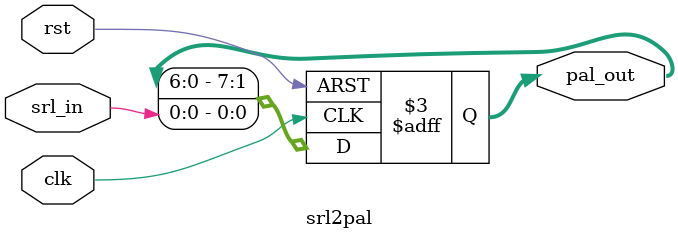
<source format=v>
module srl2pal (clk, rst, srl_in, pal_out);

input        clk;
input        rst;
input        srl_in;
output [7:0] pal_out;
reg    [7:0] pal_out;

always @ (posedge clk or negedge rst)
   if (!rst)
      pal_out <= 8'b0;
   else
      pal_out <= {pal_out,srl_in};


endmodule
</source>
